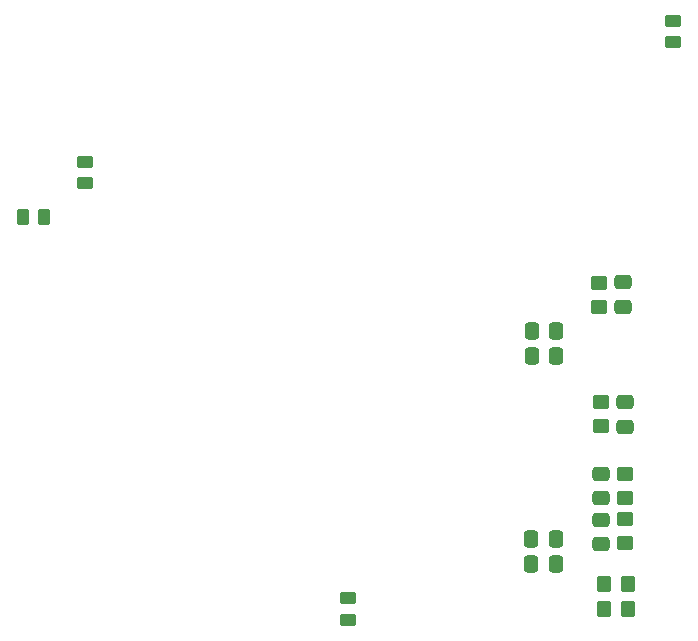
<source format=gbp>
G04 #@! TF.GenerationSoftware,KiCad,Pcbnew,(6.0.6)*
G04 #@! TF.CreationDate,2022-08-29T09:38:23+02:00*
G04 #@! TF.ProjectId,afe-ep-shield,6166652d-6570-42d7-9368-69656c642e6b,rev?*
G04 #@! TF.SameCoordinates,Original*
G04 #@! TF.FileFunction,Paste,Bot*
G04 #@! TF.FilePolarity,Positive*
%FSLAX46Y46*%
G04 Gerber Fmt 4.6, Leading zero omitted, Abs format (unit mm)*
G04 Created by KiCad (PCBNEW (6.0.6)) date 2022-08-29 09:38:23*
%MOMM*%
%LPD*%
G01*
G04 APERTURE LIST*
G04 Aperture macros list*
%AMRoundRect*
0 Rectangle with rounded corners*
0 $1 Rounding radius*
0 $2 $3 $4 $5 $6 $7 $8 $9 X,Y pos of 4 corners*
0 Add a 4 corners polygon primitive as box body*
4,1,4,$2,$3,$4,$5,$6,$7,$8,$9,$2,$3,0*
0 Add four circle primitives for the rounded corners*
1,1,$1+$1,$2,$3*
1,1,$1+$1,$4,$5*
1,1,$1+$1,$6,$7*
1,1,$1+$1,$8,$9*
0 Add four rect primitives between the rounded corners*
20,1,$1+$1,$2,$3,$4,$5,0*
20,1,$1+$1,$4,$5,$6,$7,0*
20,1,$1+$1,$6,$7,$8,$9,0*
20,1,$1+$1,$8,$9,$2,$3,0*%
G04 Aperture macros list end*
%ADD10RoundRect,0.250000X0.262500X0.450000X-0.262500X0.450000X-0.262500X-0.450000X0.262500X-0.450000X0*%
%ADD11RoundRect,0.250000X0.450000X-0.350000X0.450000X0.350000X-0.450000X0.350000X-0.450000X-0.350000X0*%
%ADD12RoundRect,0.250000X-0.475000X0.337500X-0.475000X-0.337500X0.475000X-0.337500X0.475000X0.337500X0*%
%ADD13RoundRect,0.250000X0.450000X-0.262500X0.450000X0.262500X-0.450000X0.262500X-0.450000X-0.262500X0*%
%ADD14RoundRect,0.250000X-0.450000X0.350000X-0.450000X-0.350000X0.450000X-0.350000X0.450000X0.350000X0*%
%ADD15RoundRect,0.250000X0.475000X-0.337500X0.475000X0.337500X-0.475000X0.337500X-0.475000X-0.337500X0*%
%ADD16RoundRect,0.250000X0.337500X0.475000X-0.337500X0.475000X-0.337500X-0.475000X0.337500X-0.475000X0*%
%ADD17RoundRect,0.250000X0.350000X0.450000X-0.350000X0.450000X-0.350000X-0.450000X0.350000X-0.450000X0*%
%ADD18RoundRect,0.250000X-0.337500X-0.475000X0.337500X-0.475000X0.337500X0.475000X-0.337500X0.475000X0*%
G04 APERTURE END LIST*
D10*
X63904500Y-37033200D03*
X62079500Y-37033200D03*
D11*
X113055400Y-64617600D03*
X113055400Y-62617600D03*
D12*
X112903000Y-42548900D03*
X112903000Y-44623900D03*
D13*
X67386200Y-34186500D03*
X67386200Y-32361500D03*
D14*
X111074200Y-52721000D03*
X111074200Y-54721000D03*
D15*
X111023400Y-64715300D03*
X111023400Y-62640300D03*
D16*
X107234900Y-46710600D03*
X105159900Y-46710600D03*
D14*
X113055400Y-58791600D03*
X113055400Y-60791600D03*
D17*
X113293400Y-70180200D03*
X111293400Y-70180200D03*
X113302800Y-68072000D03*
X111302800Y-68072000D03*
D12*
X113080800Y-52708900D03*
X113080800Y-54783900D03*
D13*
X89662000Y-71116200D03*
X89662000Y-69291200D03*
D12*
X111023400Y-58779500D03*
X111023400Y-60854500D03*
D13*
X117144800Y-22248500D03*
X117144800Y-20423500D03*
D18*
X105156000Y-64287400D03*
X107231000Y-64287400D03*
D16*
X107234900Y-48793400D03*
X105159900Y-48793400D03*
D14*
X110871000Y-42611800D03*
X110871000Y-44611800D03*
D18*
X105156000Y-66421000D03*
X107231000Y-66421000D03*
M02*

</source>
